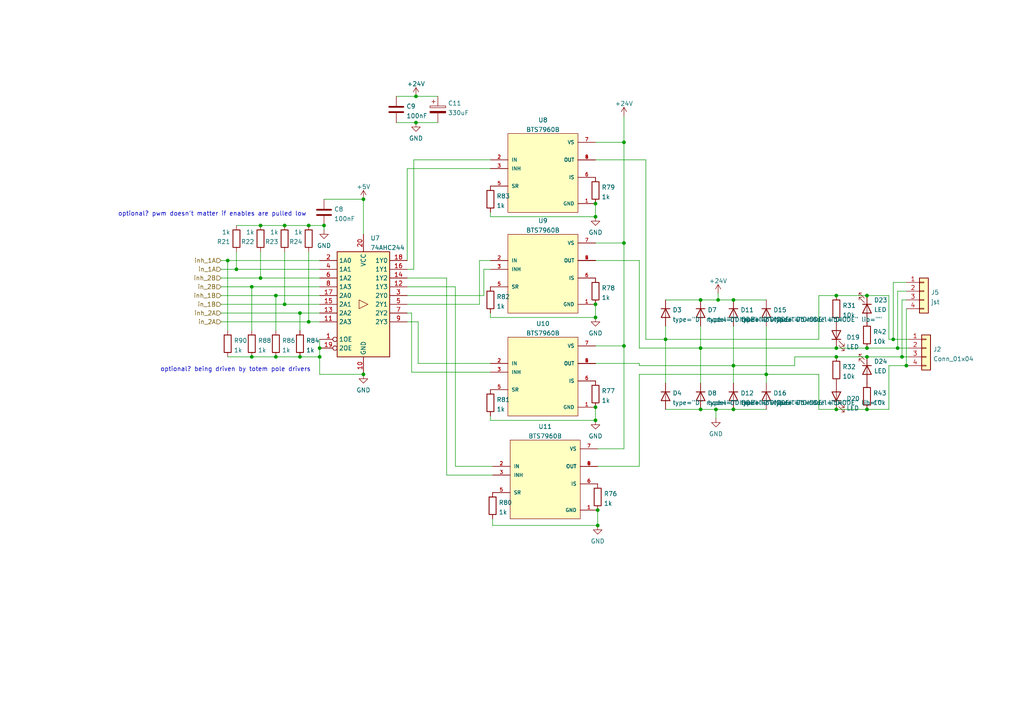
<source format=kicad_sch>
(kicad_sch (version 20211123) (generator eeschema)
  (paper "A4")
  (lib_symbols
    (symbol "74xx:74AHC244"
      (property "Reference" "U" (at -7.62 16.51 0))
      (property "Value" "74AHC244" (at -7.62 -16.51 0))
      (symbol "74AHC244_1_0"
        (polyline (pts (xy 1.27 0) (xy -1.27 1.27) (xy -1.27 -1.27) (xy 1.27 0)) (stroke (width 0.1524)))
        (pin input inverted (at -12.7 -10.16 0) (length 5.08) (name "1OE") (number "1"))
        (pin power_in line (at 0 -20.32 90) (length 5.08) (name "GND") (number "10"))
        (pin input line (at -12.7 -5.08 0) (length 5.08) (name "2A3") (number "11"))
        (pin tri_state line (at 12.7 5.08 180) (length 5.08) (name "1Y3") (number "12"))
        (pin input line (at -12.7 -2.54 0) (length 5.08) (name "2A2") (number "13"))
        (pin tri_state line (at 12.7 7.62 180) (length 5.08) (name "1Y2") (number "14"))
        (pin input line (at -12.7 0 0) (length 5.08) (name "2A1") (number "15"))
        (pin tri_state line (at 12.7 10.16 180) (length 5.08) (name "1Y1") (number "16"))
        (pin input line (at -12.7 2.54 0) (length 5.08) (name "2A0") (number "17"))
        (pin tri_state line (at 12.7 12.7 180) (length 5.08) (name "1Y0") (number "18"))
        (pin input inverted (at -12.7 -12.7 0) (length 5.08) (name "2OE") (number "19"))
        (pin input line (at -12.7 12.7 0) (length 5.08) (name "1A0") (number "2"))
        (pin power_in line (at 0 20.32 270) (length 5.08) (name "VCC") (number "20"))
        (pin tri_state line (at 12.7 2.54 180) (length 5.08) (name "2Y0") (number "3"))
        (pin input line (at -12.7 10.16 0) (length 5.08) (name "1A1") (number "4"))
        (pin tri_state line (at 12.7 0 180) (length 5.08) (name "2Y1") (number "5"))
        (pin input line (at -12.7 7.62 0) (length 5.08) (name "1A2") (number "6"))
        (pin tri_state line (at 12.7 -2.54 180) (length 5.08) (name "2Y2") (number "7"))
        (pin input line (at -12.7 5.08 0) (length 5.08) (name "1A3") (number "8"))
        (pin tri_state line (at 12.7 -5.08 180) (length 5.08) (name "2Y3") (number "9"))
      )
      (symbol "74AHC244_1_1"
        (rectangle (start -7.62 15.24) (end 7.62 -15.24) (stroke (width 0.254)) (fill (type background)))
      )
    )
    (symbol "Connector_Generic:Conn_01x04" (pin_names (offset 1.016) hide)
      (property "Reference" "J" (at 0 5.08 0))
      (property "Value" "Conn_01x04" (at 0 -7.62 0))
      (symbol "Conn_01x04_1_1"
        (rectangle (start -1.27 -4.953) (end 0 -5.207) (stroke (width 0.1524)))
        (rectangle (start -1.27 -2.413) (end 0 -2.667) (stroke (width 0.1524)))
        (rectangle (start -1.27 0.127) (end 0 -0.127) (stroke (width 0.1524)))
        (rectangle (start -1.27 2.667) (end 0 2.413) (stroke (width 0.1524)))
        (rectangle (start -1.27 3.81) (end 1.27 -6.35) (stroke (width 0.254)) (fill (type background)))
        (pin passive line (at -5.08 2.54 0) (length 3.81) (name "Pin_1") (number "1"))
        (pin passive line (at -5.08 0 0) (length 3.81) (name "Pin_2") (number "2"))
        (pin passive line (at -5.08 -2.54 0) (length 3.81) (name "Pin_3") (number "3"))
        (pin passive line (at -5.08 -5.08 0) (length 3.81) (name "Pin_4") (number "4"))
      )
    )
    (symbol "Device:C" (pin_numbers hide) (pin_names (offset 0.254))
      (property "Reference" "C" (at 0.635 2.54 0))
      (property "Value" "C" (at 0.635 -2.54 0))
      (symbol "C_0_1"
        (polyline (pts (xy -2.032 -0.762) (xy 2.032 -0.762)) (stroke (width 0.508)))
        (polyline (pts (xy -2.032 0.762) (xy 2.032 0.762)) (stroke (width 0.508)))
      )
      (symbol "C_1_1"
        (pin passive line (at 0 3.81 270) (length 2.794) (name "~") (number "1"))
        (pin passive line (at 0 -3.81 90) (length 2.794) (name "~") (number "2"))
      )
    )
    (symbol "Device:C_Polarized" (pin_numbers hide) (pin_names (offset 0.254))
      (property "Reference" "C" (at 0.635 2.54 0))
      (property "Value" "C_Polarized" (at 0.635 -2.54 0))
      (symbol "C_Polarized_0_1"
        (rectangle (start -2.286 0.508) (end 2.286 1.016))
        (polyline (pts (xy -1.778 2.286) (xy -0.762 2.286)))
        (polyline (pts (xy -1.27 2.794) (xy -1.27 1.778)))
        (rectangle (start 2.286 -0.508) (end -2.286 -1.016) (fill (type outline)))
      )
      (symbol "C_Polarized_1_1"
        (pin passive line (at 0 3.81 270) (length 2.794) (name "~") (number "1"))
        (pin passive line (at 0 -3.81 90) (length 2.794) (name "~") (number "2"))
      )
    )
    (symbol "Device:LED" (pin_numbers hide) (pin_names (offset 1.016) hide)
      (property "Reference" "D" (at 0 2.54 0))
      (property "Value" "LED" (at 0 -2.54 0))
      (symbol "LED_0_1"
        (polyline (pts (xy -1.27 -1.27) (xy -1.27 1.27)) (stroke (width 0.254)))
        (polyline (pts (xy -1.27 0) (xy 1.27 0)))
        (polyline (pts (xy 1.27 -1.27) (xy 1.27 1.27) (xy -1.27 0) (xy 1.27 -1.27)) (stroke (width 0.254)))
        (polyline (pts (xy -3.048 -0.762) (xy -4.572 -2.286) (xy -3.81 -2.286) (xy -4.572 -2.286) (xy -4.572 -1.524)))
        (polyline (pts (xy -1.778 -0.762) (xy -3.302 -2.286) (xy -2.54 -2.286) (xy -3.302 -2.286) (xy -3.302 -1.524)))
      )
      (symbol "LED_1_1"
        (pin passive line (at -3.81 0 0) (length 2.54) (name "K") (number "1"))
        (pin passive line (at 3.81 0 180) (length 2.54) (name "A") (number "2"))
      )
    )
    (symbol "Device:R" (pin_numbers hide) (pin_names (offset 0))
      (property "Reference" "R" (at 2.032 0 90))
      (property "Value" "R" (at 0 0 90))
      (symbol "R_0_1"
        (rectangle (start -1.016 -2.54) (end 1.016 2.54) (stroke (width 0.254)))
      )
      (symbol "R_1_1"
        (pin passive line (at 0 3.81 270) (length 1.27) (name "~") (number "1"))
        (pin passive line (at 0 -3.81 90) (length 1.27) (name "~") (number "2"))
      )
    )
    (symbol "Evan's misc parts:BTS7960B" (pin_names (offset 1.016))
      (property "Reference" "U" (at -10.16 10.922 0))
      (property "Value" "BTS7960B" (at -10.16 -15.24 0))
      (symbol "BTS7960B_0_0"
        (rectangle (start -10.16 -12.7) (end 10.16 10.16) (stroke (width 0.1524)) (fill (type background)))
        (pin power_in line (at 15.24 -10.16 180) (length 5.08) (name "GND") (number "1"))
        (pin input line (at -15.24 2.54 0) (length 5.08) (name "IN") (number "2"))
        (pin input line (at -15.24 0 0) (length 5.08) (name "INH") (number "3"))
        (pin output line (at 15.24 2.54 180) (length 5.08) (name "OUT") (number "4"))
        (pin input line (at -15.24 -5.08 0) (length 5.08) (name "SR") (number "5"))
        (pin output line (at 15.24 -2.54 180) (length 5.08) (name "IS") (number "6"))
        (pin power_in line (at 15.24 7.62 180) (length 5.08) (name "VS") (number "7"))
        (pin output line (at 15.24 2.54 180) (length 5.08) (name "OUT") (number "8"))
      )
    )
    (symbol "Simulation_SPICE:DIODE" (pin_numbers hide) (pin_names (offset 1.016) hide)
      (property "Reference" "D" (at 0 2.54 0))
      (property "Value" "DIODE" (at 0 -2.54 0))
      (symbol "DIODE_0_1"
        (polyline (pts (xy 1.27 0) (xy -1.27 0)))
        (polyline (pts (xy 1.27 1.27) (xy 1.27 -1.27)) (stroke (width 0.254)))
        (polyline (pts (xy -1.27 -1.27) (xy -1.27 1.27) (xy 1.27 0) (xy -1.27 -1.27)) (stroke (width 0.254)))
      )
      (symbol "DIODE_1_1"
        (pin passive line (at -3.81 0 0) (length 2.54) (name "A") (number "1"))
        (pin passive line (at 3.81 0 180) (length 2.54) (name "K") (number "2"))
      )
    )
    (symbol "power:+24V" (power) (pin_names (offset 0))
      (property "Value" "+24V" (at 0 3.556 0))
      (symbol "+24V_0_1"
        (polyline (pts (xy -0.762 1.27) (xy 0 2.54)))
        (polyline (pts (xy 0 0) (xy 0 2.54)))
        (polyline (pts (xy 0 2.54) (xy 0.762 1.27)))
      )
      (symbol "+24V_1_1"
        (pin power_in line (at 0 0 90) (length 0) hide (name "+24V") (number "1"))
      )
    )
    (symbol "power:+5V" (power) (pin_names (offset 0))
      (property "Value" "+5V" (at 0 3.556 0))
      (symbol "+5V_0_1"
        (polyline (pts (xy -0.762 1.27) (xy 0 2.54)))
        (polyline (pts (xy 0 0) (xy 0 2.54)))
        (polyline (pts (xy 0 2.54) (xy 0.762 1.27)))
      )
      (symbol "+5V_1_1"
        (pin power_in line (at 0 0 90) (length 0) hide (name "+5V") (number "1"))
      )
    )
    (symbol "power:GND" (power) (pin_names (offset 0))
      (property "Value" "GND" (at 0 -3.81 0))
      (symbol "GND_0_1"
        (polyline (pts (xy 0 0) (xy 0 -1.27) (xy 1.27 -1.27) (xy 0 -2.54) (xy -1.27 -1.27) (xy 0 -1.27)))
      )
      (symbol "GND_1_1"
        (pin power_in line (at 0 0 270) (length 0) hide (name "GND") (number "1"))
      )
    )
  )
  (junction (at 68.58 78.105))
  (junction (at 212.725 106.045))
  (junction (at 89.535 65.405))
  (junction (at 120.65 27.94))
  (junction (at 251.46 100.965))
  (junction (at 89.535 93.345))
  (junction (at 251.46 118.745))
  (junction (at 208.28 86.995))
  (junction (at 242.57 103.505))
  (junction (at 207.645 118.745))
  (junction (at 212.725 118.745))
  (junction (at 203.2 86.995))
  (junction (at 75.565 65.405))
  (junction (at 242.57 85.725))
  (junction (at 86.995 103.505))
  (junction (at 80.01 85.725))
  (junction (at 180.975 70.485))
  (junction (at 251.46 103.505))
  (junction (at 242.57 118.745))
  (junction (at 262.89 106.045))
  (junction (at 73.025 103.505))
  (junction (at 92.71 103.505))
  (junction (at 172.72 62.865))
  (junction (at 172.72 59.055))
  (junction (at 212.725 86.995))
  (junction (at 86.995 90.805))
  (junction (at 105.41 57.785))
  (junction (at 173.355 147.955))
  (junction (at 105.41 108.585))
  (junction (at 82.55 65.405))
  (junction (at 93.98 65.405))
  (junction (at 259.08 98.425))
  (junction (at 193.04 98.425))
  (junction (at 203.2 118.745))
  (junction (at 75.565 80.645))
  (junction (at 82.55 88.265))
  (junction (at 173.355 152.4))
  (junction (at 180.975 100.33))
  (junction (at 251.46 85.725))
  (junction (at 172.72 118.11))
  (junction (at 172.72 92.075))
  (junction (at 92.71 100.965))
  (junction (at 203.2 100.965))
  (junction (at 80.01 103.505))
  (junction (at 180.975 41.275))
  (junction (at 172.72 121.92))
  (junction (at 260.35 100.965))
  (junction (at 66.04 75.565))
  (junction (at 73.025 83.185))
  (junction (at 261.62 103.505))
  (junction (at 120.65 35.56))
  (junction (at 242.57 100.965))
  (junction (at 172.72 88.265))
  (junction (at 222.25 108.585))
  (wire (pts (xy 64.135 85.725) (xy 80.01 85.725)))
  (wire (pts (xy 139.065 75.565) (xy 139.065 88.265)))
  (wire (pts (xy 222.25 94.615) (xy 222.25 108.585)))
  (wire (pts (xy 120.65 35.56) (xy 127 35.56)))
  (wire (pts (xy 93.98 65.405) (xy 93.98 66.675)))
  (wire (pts (xy 89.535 93.345) (xy 92.71 93.345)))
  (wire (pts (xy 129.54 80.645) (xy 129.54 137.795)))
  (wire (pts (xy 203.2 118.745) (xy 207.645 118.745)))
  (wire (pts (xy 142.875 150.495) (xy 142.875 152.4)))
  (wire (pts (xy 185.42 135.255) (xy 185.42 108.585)))
  (wire (pts (xy 142.875 152.4) (xy 173.355 152.4)))
  (wire (pts (xy 212.725 94.615) (xy 212.725 106.045)))
  (wire (pts (xy 242.57 85.725) (xy 237.49 85.725)))
  (wire (pts (xy 121.285 105.41) (xy 142.24 105.41)))
  (wire (pts (xy 242.57 103.505) (xy 251.46 103.505)))
  (wire (pts (xy 172.72 121.92) (xy 172.72 118.11)))
  (wire (pts (xy 120.65 27.94) (xy 127 27.94)))
  (wire (pts (xy 237.49 85.725) (xy 237.49 98.425)))
  (wire (pts (xy 251.46 100.965) (xy 260.35 100.965)))
  (wire (pts (xy 237.49 108.585) (xy 237.49 118.745)))
  (wire (pts (xy 80.01 103.505) (xy 86.995 103.505)))
  (wire (pts (xy 237.49 118.745) (xy 242.57 118.745)))
  (wire (pts (xy 251.46 103.505) (xy 261.62 103.505)))
  (wire (pts (xy 262.89 84.455) (xy 260.35 84.455)))
  (wire (pts (xy 118.11 80.645) (xy 129.54 80.645)))
  (wire (pts (xy 68.58 78.105) (xy 92.71 78.105)))
  (wire (pts (xy 172.72 100.33) (xy 180.975 100.33)))
  (wire (pts (xy 92.71 108.585) (xy 105.41 108.585)))
  (wire (pts (xy 173.355 130.175) (xy 180.975 130.175)))
  (wire (pts (xy 260.35 100.965) (xy 263.525 100.965)))
  (wire (pts (xy 259.08 81.915) (xy 259.08 98.425)))
  (wire (pts (xy 262.89 86.995) (xy 261.62 86.995)))
  (wire (pts (xy 64.135 78.105) (xy 68.58 78.105)))
  (wire (pts (xy 180.975 41.275) (xy 180.975 70.485)))
  (wire (pts (xy 185.42 108.585) (xy 222.25 108.585)))
  (wire (pts (xy 212.725 86.995) (xy 222.25 86.995)))
  (wire (pts (xy 180.975 33.655) (xy 180.975 41.275)))
  (wire (pts (xy 257.81 85.725) (xy 251.46 85.725)))
  (wire (pts (xy 80.01 85.725) (xy 92.71 85.725)))
  (wire (pts (xy 142.24 90.805) (xy 142.24 92.075)))
  (wire (pts (xy 118.11 85.725) (xy 140.335 85.725)))
  (wire (pts (xy 242.57 118.745) (xy 251.46 118.745)))
  (wire (pts (xy 142.24 61.595) (xy 142.24 62.865)))
  (wire (pts (xy 66.04 75.565) (xy 66.04 95.885)))
  (wire (pts (xy 64.135 83.185) (xy 73.025 83.185)))
  (wire (pts (xy 208.28 86.995) (xy 212.725 86.995)))
  (wire (pts (xy 259.08 98.425) (xy 257.81 98.425)))
  (wire (pts (xy 260.35 84.455) (xy 260.35 100.965)))
  (wire (pts (xy 261.62 103.505) (xy 263.525 103.505)))
  (wire (pts (xy 73.025 95.885) (xy 73.025 83.185)))
  (wire (pts (xy 75.565 80.645) (xy 92.71 80.645)))
  (wire (pts (xy 82.55 65.405) (xy 75.565 65.405)))
  (wire (pts (xy 185.42 105.41) (xy 185.42 106.045)))
  (wire (pts (xy 230.505 106.045) (xy 230.505 103.505)))
  (wire (pts (xy 89.535 73.025) (xy 89.535 93.345)))
  (wire (pts (xy 105.41 57.785) (xy 93.98 57.785)))
  (wire (pts (xy 193.04 98.425) (xy 193.04 111.125)))
  (wire (pts (xy 82.55 73.025) (xy 82.55 88.265)))
  (wire (pts (xy 172.72 75.565) (xy 185.42 75.565)))
  (wire (pts (xy 64.135 90.805) (xy 86.995 90.805)))
  (wire (pts (xy 263.525 98.425) (xy 259.08 98.425)))
  (wire (pts (xy 172.72 105.41) (xy 185.42 105.41)))
  (wire (pts (xy 114.935 27.94) (xy 120.65 27.94)))
  (wire (pts (xy 172.72 92.075) (xy 172.72 88.265)))
  (wire (pts (xy 185.42 75.565) (xy 185.42 100.965)))
  (wire (pts (xy 193.04 118.745) (xy 203.2 118.745)))
  (wire (pts (xy 73.025 103.505) (xy 80.01 103.505)))
  (wire (pts (xy 172.72 62.865) (xy 172.72 59.055)))
  (wire (pts (xy 132.08 83.185) (xy 132.08 135.255)))
  (wire (pts (xy 140.335 78.105) (xy 142.24 78.105)))
  (wire (pts (xy 203.2 86.995) (xy 208.28 86.995)))
  (wire (pts (xy 64.135 80.645) (xy 75.565 80.645)))
  (wire (pts (xy 203.2 100.965) (xy 203.2 111.125)))
  (wire (pts (xy 257.81 106.045) (xy 262.89 106.045)))
  (wire (pts (xy 73.025 83.185) (xy 92.71 83.185)))
  (wire (pts (xy 68.58 73.025) (xy 68.58 78.105)))
  (wire (pts (xy 203.2 94.615) (xy 203.2 100.965)))
  (wire (pts (xy 257.81 118.745) (xy 257.81 106.045)))
  (wire (pts (xy 261.62 86.995) (xy 261.62 103.505)))
  (wire (pts (xy 262.89 106.045) (xy 263.525 106.045)))
  (wire (pts (xy 207.645 121.285) (xy 207.645 118.745)))
  (wire (pts (xy 82.55 88.265) (xy 92.71 88.265)))
  (wire (pts (xy 120.015 78.105) (xy 120.015 46.355)))
  (wire (pts (xy 140.335 78.105) (xy 140.335 85.725)))
  (wire (pts (xy 114.935 35.56) (xy 120.65 35.56)))
  (wire (pts (xy 262.89 81.915) (xy 259.08 81.915)))
  (wire (pts (xy 207.645 118.745) (xy 212.725 118.745)))
  (wire (pts (xy 89.535 65.405) (xy 93.98 65.405)))
  (wire (pts (xy 212.725 106.045) (xy 230.505 106.045)))
  (wire (pts (xy 75.565 73.025) (xy 75.565 80.645)))
  (wire (pts (xy 121.285 93.345) (xy 121.285 105.41)))
  (wire (pts (xy 173.355 152.4) (xy 173.355 147.955)))
  (wire (pts (xy 172.72 41.275) (xy 180.975 41.275)))
  (wire (pts (xy 75.565 65.405) (xy 68.58 65.405)))
  (wire (pts (xy 64.135 88.265) (xy 82.55 88.265)))
  (wire (pts (xy 118.11 90.805) (xy 119.38 90.805)))
  (wire (pts (xy 86.995 90.805) (xy 92.71 90.805)))
  (wire (pts (xy 251.46 118.745) (xy 257.81 118.745)))
  (wire (pts (xy 172.72 70.485) (xy 180.975 70.485)))
  (wire (pts (xy 193.04 86.995) (xy 203.2 86.995)))
  (wire (pts (xy 142.24 62.865) (xy 172.72 62.865)))
  (wire (pts (xy 86.995 103.505) (xy 92.71 103.505)))
  (wire (pts (xy 118.11 93.345) (xy 121.285 93.345)))
  (wire (pts (xy 230.505 103.505) (xy 242.57 103.505)))
  (wire (pts (xy 237.49 98.425) (xy 193.04 98.425)))
  (wire (pts (xy 208.28 85.09) (xy 208.28 86.995)))
  (wire (pts (xy 89.535 65.405) (xy 82.55 65.405)))
  (wire (pts (xy 142.24 121.92) (xy 172.72 121.92)))
  (wire (pts (xy 185.42 100.965) (xy 203.2 100.965)))
  (wire (pts (xy 187.325 46.355) (xy 187.325 98.425)))
  (wire (pts (xy 142.24 120.65) (xy 142.24 121.92)))
  (wire (pts (xy 139.065 88.265) (xy 118.11 88.265)))
  (wire (pts (xy 212.725 118.745) (xy 222.25 118.745)))
  (wire (pts (xy 139.065 75.565) (xy 142.24 75.565)))
  (wire (pts (xy 64.135 75.565) (xy 66.04 75.565)))
  (wire (pts (xy 257.81 98.425) (xy 257.81 85.725)))
  (wire (pts (xy 119.38 90.805) (xy 119.38 107.95)))
  (wire (pts (xy 187.325 98.425) (xy 193.04 98.425)))
  (wire (pts (xy 173.355 135.255) (xy 185.42 135.255)))
  (wire (pts (xy 180.975 70.485) (xy 180.975 100.33)))
  (wire (pts (xy 172.72 46.355) (xy 187.325 46.355)))
  (wire (pts (xy 212.725 106.045) (xy 212.725 111.125)))
  (wire (pts (xy 142.24 92.075) (xy 172.72 92.075)))
  (wire (pts (xy 222.25 108.585) (xy 222.25 111.125)))
  (wire (pts (xy 66.04 103.505) (xy 73.025 103.505)))
  (wire (pts (xy 86.995 90.805) (xy 86.995 95.885)))
  (wire (pts (xy 64.135 93.345) (xy 89.535 93.345)))
  (wire (pts (xy 119.38 107.95) (xy 142.24 107.95)))
  (wire (pts (xy 185.42 106.045) (xy 212.725 106.045)))
  (wire (pts (xy 80.01 85.725) (xy 80.01 95.885)))
  (wire (pts (xy 222.25 108.585) (xy 237.49 108.585)))
  (wire (pts (xy 105.41 67.945) (xy 105.41 57.785)))
  (wire (pts (xy 92.71 98.425) (xy 92.71 100.965)))
  (wire (pts (xy 118.11 78.105) (xy 120.015 78.105)))
  (wire (pts (xy 180.975 100.33) (xy 180.975 130.175)))
  (wire (pts (xy 203.2 100.965) (xy 242.57 100.965)))
  (wire (pts (xy 118.11 48.895) (xy 142.24 48.895)))
  (wire (pts (xy 129.54 137.795) (xy 142.875 137.795)))
  (wire (pts (xy 132.08 135.255) (xy 142.875 135.255)))
  (wire (pts (xy 66.04 75.565) (xy 92.71 75.565)))
  (wire (pts (xy 242.57 100.965) (xy 251.46 100.965)))
  (wire (pts (xy 118.11 83.185) (xy 132.08 83.185)))
  (wire (pts (xy 251.46 85.725) (xy 242.57 85.725)))
  (wire (pts (xy 120.015 46.355) (xy 142.24 46.355)))
  (wire (pts (xy 193.04 94.615) (xy 193.04 98.425)))
  (wire (pts (xy 92.71 100.965) (xy 92.71 103.505)))
  (wire (pts (xy 262.89 89.535) (xy 262.89 106.045)))
  (wire (pts (xy 118.11 75.565) (xy 118.11 48.895)))
  (wire (pts (xy 92.71 103.505) (xy 92.71 108.585)))
  (text "optional? pwm doesn't matter if enables are pulled low" (at 88.9 62.865 0) (effects (font (size 1.27 1.27)) (justify right bottom)))
  (text "optional? being driven by totem pole drivers" (at 90.17 107.95 180) (effects (font (size 1.27 1.27)) (justify right bottom)))
  (hierarchical_label "inh_1A" (shape input) (at 64.135 75.565 180))
  (hierarchical_label "in_2B" (shape input) (at 64.135 83.185 180))
  (hierarchical_label "in_1B" (shape input) (at 64.135 88.265 180))
  (hierarchical_label "inh_2B" (shape input) (at 64.135 80.645 180))
  (hierarchical_label "inh_2A" (shape input) (at 64.135 90.805 180))
  (hierarchical_label "in_1A" (shape input) (at 64.135 78.105 180))
  (hierarchical_label "inh_1B" (shape input) (at 64.135 85.725 180))
  (hierarchical_label "in_2A" (shape input) (at 64.135 93.345 180))
  (symbol (lib_id "Device:R") (at 242.57 89.535 0) (unit 1)
    (property "Reference" "R31" (at 244.348 88.6265 0) (effects (justify left)))
    (property "Value" "10k" (at 244.348 91.4016 0) (effects (justify left)))
    (property "Footprint" "Resistor_SMD:R_0603_1608Metric" (effects hide))
  )
  (symbol (lib_id "Device:R") (at 142.24 86.995 0) (unit 1)
    (property "Reference" "R82" (at 144.018 86.0865 0) (effects (justify left)))
    (property "Value" "1k" (at 144.018 88.8616 0) (effects (justify left)))
    (property "Footprint" "Resistor_SMD:R_0603_1608Metric" (effects hide))
  )
  (symbol (lib_id "Device:LED") (at 242.57 114.935 90) (unit 1)
    (property "Reference" "D20" (at 245.491 115.614 90) (effects (justify right)))
    (property "Value" "LED" (at 245.491 118.3891 90) (effects (justify right)))
    (property "Footprint" "LED_SMD:LED_0603_1608Metric" (effects hide))
  )
  (symbol (lib_id "power:+24V") (at 180.975 33.655 0) (unit 1)
    (property "Reference" "#PWR042" (effects hide))
    (property "Value" "+24V" (at 180.975 30.0505 0))
  )
  (symbol (lib_id "Device:R") (at 173.355 144.145 0) (unit 1)
    (property "Reference" "R76" (at 175.133 143.2365 0) (effects (justify left)))
    (property "Value" "1k" (at 175.133 146.0116 0) (effects (justify left)))
    (property "Footprint" "Resistor_SMD:R_0603_1608Metric" (effects hide))
  )
  (symbol (lib_id "Simulation_SPICE:DIODE") (at 212.725 90.805 90) (unit 1)
    (property "Reference" "D11" (at 214.757 89.8965 90) (effects (justify right)))
    (property "Value" "DIODE" (at 214.757 92.6716 90) (effects (justify right)))
    (property "Footprint" "Diode_SMD:D_SMA" (effects hide))
    (property "Spice_Netlist_Enabled" "Y" (effects hide))
    (property "Spice_Primitive" "D" (effects hide))
  )
  (symbol (lib_id "Device:R") (at 172.72 114.3 0) (unit 1)
    (property "Reference" "R77" (at 174.498 113.3915 0) (effects (justify left)))
    (property "Value" "1k" (at 174.498 116.1666 0) (effects (justify left)))
    (property "Footprint" "Resistor_SMD:R_0603_1608Metric" (effects hide))
  )
  (symbol (lib_id "power:GND") (at 172.72 62.865 0) (unit 1)
    (property "Reference" "#PWR038" (effects hide))
    (property "Value" "GND" (at 172.72 67.4275 0))
  )
  (symbol (lib_id "Device:C") (at 93.98 61.595 0) (unit 1)
    (property "Reference" "C8" (at 96.901 60.6865 0) (effects (justify left)))
    (property "Value" "100nF" (at 96.901 63.4616 0) (effects (justify left)))
    (property "Footprint" "Capacitor_SMD:C_0603_1608Metric" (effects hide))
  )
  (symbol (lib_id "Device:R") (at 251.46 114.935 0) (unit 1)
    (property "Reference" "R43" (at 253.238 114.0265 0) (effects (justify left)))
    (property "Value" "10k" (at 253.238 116.8016 0) (effects (justify left)))
    (property "Footprint" "Resistor_SMD:R_0603_1608Metric" (effects hide))
  )
  (symbol (lib_id "power:+24V") (at 120.65 27.94 0) (unit 1)
    (property "Reference" "#PWR034" (effects hide))
    (property "Value" "+24V" (at 120.65 24.3355 0))
  )
  (symbol (lib_id "Device:R") (at 75.565 69.215 180) (unit 1)
    (property "Reference" "R22" (at 73.787 70.1235 0) (effects (justify left)))
    (property "Value" "1k" (at 73.787 67.3484 0) (effects (justify left)))
    (property "Footprint" "Resistor_SMD:R_0603_1608Metric" (effects hide))
  )
  (symbol (lib_id "Device:R") (at 251.46 97.155 0) (unit 1)
    (property "Reference" "R42" (at 253.238 96.2465 0) (effects (justify left)))
    (property "Value" "10k" (at 253.238 99.0216 0) (effects (justify left)))
    (property "Footprint" "Resistor_SMD:R_0603_1608Metric" (effects hide))
  )
  (symbol (lib_id "Device:R") (at 142.24 57.785 0) (unit 1)
    (property "Reference" "R83" (at 144.018 56.8765 0) (effects (justify left)))
    (property "Value" "1k" (at 144.018 59.6516 0) (effects (justify left)))
    (property "Footprint" "Resistor_SMD:R_0603_1608Metric" (effects hide))
  )
  (symbol (lib_id "Device:C_Polarized") (at 127 31.75 0) (unit 1)
    (property "Reference" "C11" (at 129.921 29.9525 0) (effects (justify left)))
    (property "Value" "330uF" (at 129.921 32.7276 0) (effects (justify left)))
    (property "Footprint" "Capacitor_THT:CP_Radial_D10.0mm_P5.00mm" (effects hide))
  )
  (symbol (lib_id "Evan's misc parts:BTS7960B") (at 158.115 137.795 0) (unit 1)
    (property "Reference" "U11" (at 158.115 123.7193 0))
    (property "Value" "BTS7960B" (at 158.115 126.4944 0))
    (property "Footprint" "Evan's misc parts:DPAK127P1490X440-8N" (effects hide))
    (property "MAXIMUM_PACKAGE_HEIGHT" "4.4mm" (effects hide))
    (property "MANUFACTURER" "Infineon" (effects hide))
    (property "STANDARD" "IPC-7351B" (effects hide))
    (property "PARTREV" "1.1" (effects hide))
  )
  (symbol (lib_id "Device:R") (at 142.24 116.84 0) (unit 1)
    (property "Reference" "R81" (at 144.018 115.9315 0) (effects (justify left)))
    (property "Value" "1k" (at 144.018 118.7066 0) (effects (justify left)))
    (property "Footprint" "Resistor_SMD:R_0603_1608Metric" (effects hide))
  )
  (symbol (lib_id "power:GND") (at 105.41 108.585 0) (unit 1)
    (property "Reference" "#PWR033" (effects hide))
    (property "Value" "GND" (at 105.41 113.1475 0))
  )
  (symbol (lib_id "power:GND") (at 93.98 66.675 0) (unit 1)
    (property "Reference" "#PWR032" (effects hide))
    (property "Value" "GND" (at 93.98 71.2375 0))
  )
  (symbol (lib_id "Device:R") (at 142.875 146.685 0) (unit 1)
    (property "Reference" "R80" (at 144.653 145.7765 0) (effects (justify left)))
    (property "Value" "1k" (at 144.653 148.5516 0) (effects (justify left)))
    (property "Footprint" "Resistor_SMD:R_0603_1608Metric" (effects hide))
  )
  (symbol (lib_id "Device:R") (at 172.72 84.455 0) (unit 1)
    (property "Reference" "R78" (at 174.498 83.5465 0) (effects (justify left)))
    (property "Value" "1k" (at 174.498 86.3216 0) (effects (justify left)))
    (property "Footprint" "Resistor_SMD:R_0603_1608Metric" (effects hide))
  )
  (symbol (lib_id "Device:R") (at 68.58 69.215 180) (unit 1)
    (property "Reference" "R21" (at 66.802 70.1235 0) (effects (justify left)))
    (property "Value" "1k" (at 66.802 67.3484 0) (effects (justify left)))
    (property "Footprint" "Resistor_SMD:R_0603_1608Metric" (effects hide))
  )
  (symbol (lib_id "Connector_Generic:Conn_01x04") (at 267.97 84.455 0) (unit 1)
    (property "Reference" "J5" (at 270.002 84.8165 0) (effects (justify left)))
    (property "Value" "jst" (at 270.002 87.5916 0) (effects (justify left)))
    (property "Footprint" "Connector_JST:JST_XH_B4B-XH-A_1x04_P2.50mm_Vertical" (effects hide))
  )
  (symbol (lib_id "Connector_Generic:Conn_01x04") (at 268.605 100.965 0) (unit 1)
    (property "Reference" "J2" (at 270.637 101.3265 0) (effects (justify left)))
    (property "Value" "Conn_01x04" (at 270.637 104.1016 0) (effects (justify left)))
    (property "Footprint" "TerminalBlock_Phoenix:TerminalBlock_Phoenix_MKDS-1,5-4_1x04_P5.00mm_Horizontal" (effects hide))
  )
  (symbol (lib_id "Device:R") (at 89.535 69.215 180) (unit 1)
    (property "Reference" "R24" (at 87.757 70.1235 0) (effects (justify left)))
    (property "Value" "1k" (at 87.757 67.3484 0) (effects (justify left)))
    (property "Footprint" "Resistor_SMD:R_0603_1608Metric" (effects hide))
  )
  (symbol (lib_id "Device:LED") (at 251.46 107.315 270) (unit 1)
    (property "Reference" "D24" (at 253.492 104.819 90) (effects (justify left)))
    (property "Value" "LED" (at 253.492 107.5941 90) (effects (justify left)))
    (property "Footprint" "LED_SMD:LED_0603_1608Metric" (effects hide))
  )
  (symbol (lib_id "Evan's misc parts:BTS7960B") (at 157.48 78.105 0) (unit 1)
    (property "Reference" "U9" (at 157.48 64.0293 0))
    (property "Value" "BTS7960B" (at 157.48 66.8044 0))
    (property "Footprint" "Evan's misc parts:DPAK127P1490X440-8N" (effects hide))
    (property "MAXIMUM_PACKAGE_HEIGHT" "4.4mm" (effects hide))
    (property "MANUFACTURER" "Infineon" (effects hide))
    (property "STANDARD" "IPC-7351B" (effects hide))
    (property "PARTREV" "1.1" (effects hide))
  )
  (symbol (lib_id "Device:R") (at 172.72 55.245 0) (unit 1)
    (property "Reference" "R79" (at 174.498 54.3365 0) (effects (justify left)))
    (property "Value" "1k" (at 174.498 57.1116 0) (effects (justify left)))
    (property "Footprint" "Resistor_SMD:R_0603_1608Metric" (effects hide))
  )
  (symbol (lib_id "Device:R") (at 73.025 99.695 0) (unit 1)
    (property "Reference" "R88" (at 74.803 98.7865 0) (effects (justify left)))
    (property "Value" "1k" (at 74.803 101.5616 0) (effects (justify left)))
    (property "Footprint" "Resistor_SMD:R_0603_1608Metric" (effects hide))
  )
  (symbol (lib_id "Simulation_SPICE:DIODE") (at 193.04 114.935 90) (unit 1)
    (property "Reference" "D4" (at 195.072 114.0265 90) (effects (justify right)))
    (property "Value" "DIODE" (at 195.072 116.8016 90) (effects (justify right)))
    (property "Footprint" "Diode_SMD:D_SMA" (effects hide))
    (property "Spice_Netlist_Enabled" "Y" (effects hide))
    (property "Spice_Primitive" "D" (effects hide))
  )
  (symbol (lib_id "Device:R") (at 66.04 99.695 0) (unit 1)
    (property "Reference" "R90" (at 67.818 98.7865 0) (effects (justify left)))
    (property "Value" "1k" (at 67.818 101.5616 0) (effects (justify left)))
    (property "Footprint" "Resistor_SMD:R_0603_1608Metric" (effects hide))
  )
  (symbol (lib_id "Simulation_SPICE:DIODE") (at 222.25 114.935 90) (unit 1)
    (property "Reference" "D16" (at 224.282 114.0265 90) (effects (justify right)))
    (property "Value" "DIODE" (at 224.282 116.8016 90) (effects (justify right)))
    (property "Footprint" "Diode_SMD:D_SMA" (effects hide))
    (property "Spice_Netlist_Enabled" "Y" (effects hide))
    (property "Spice_Primitive" "D" (effects hide))
  )
  (symbol (lib_id "Device:R") (at 82.55 69.215 180) (unit 1)
    (property "Reference" "R23" (at 80.772 70.1235 0) (effects (justify left)))
    (property "Value" "1k" (at 80.772 67.3484 0) (effects (justify left)))
    (property "Footprint" "Resistor_SMD:R_0603_1608Metric" (effects hide))
  )
  (symbol (lib_id "Device:C") (at 114.935 31.75 0) (unit 1)
    (property "Reference" "C9" (at 117.856 30.8415 0) (effects (justify left)))
    (property "Value" "100nF" (at 117.856 33.6166 0) (effects (justify left)))
    (property "Footprint" "Capacitor_SMD:C_0603_1608Metric" (effects hide))
  )
  (symbol (lib_id "Device:LED") (at 242.57 97.155 90) (unit 1)
    (property "Reference" "D19" (at 245.491 97.834 90) (effects (justify right)))
    (property "Value" "LED" (at 245.491 100.6091 90) (effects (justify right)))
    (property "Footprint" "LED_SMD:LED_0603_1608Metric" (effects hide))
  )
  (symbol (lib_id "Simulation_SPICE:DIODE") (at 212.725 114.935 90) (unit 1)
    (property "Reference" "D12" (at 214.757 114.0265 90) (effects (justify right)))
    (property "Value" "DIODE" (at 214.757 116.8016 90) (effects (justify right)))
    (property "Footprint" "Diode_SMD:D_SMA" (effects hide))
    (property "Spice_Netlist_Enabled" "Y" (effects hide))
    (property "Spice_Primitive" "D" (effects hide))
  )
  (symbol (lib_id "Device:R") (at 80.01 99.695 0) (unit 1)
    (property "Reference" "R86" (at 81.788 98.7865 0) (effects (justify left)))
    (property "Value" "1k" (at 81.788 101.5616 0) (effects (justify left)))
    (property "Footprint" "Resistor_SMD:R_0603_1608Metric" (effects hide))
  )
  (symbol (lib_id "Device:R") (at 242.57 107.315 0) (unit 1)
    (property "Reference" "R32" (at 244.348 106.4065 0) (effects (justify left)))
    (property "Value" "10k" (at 244.348 109.1816 0) (effects (justify left)))
    (property "Footprint" "Resistor_SMD:R_0603_1608Metric" (effects hide))
  )
  (symbol (lib_id "74xx:74AHC244") (at 105.41 88.265 0) (unit 1)
    (property "Reference" "U7" (at 107.4294 69.0585 0) (effects (justify left)))
    (property "Value" "74AHC244" (at 107.4294 71.8336 0) (effects (justify left)))
    (property "Footprint" "Package_SO:SOIC-20W_7.5x12.8mm_P1.27mm" (effects hide))
    (property "Datasheet" "https://assets.nexperia.com/documents/data-sheet/74AHC_AHCT244.pdf" (effects hide))
  )
  (symbol (lib_id "power:GND") (at 120.65 35.56 0) (unit 1)
    (property "Reference" "#PWR035" (effects hide))
    (property "Value" "GND" (at 120.65 40.1225 0))
  )
  (symbol (lib_id "power:GND") (at 207.645 121.285 0) (unit 1)
    (property "Reference" "#PWR043" (effects hide))
    (property "Value" "GND" (at 207.645 125.8475 0))
  )
  (symbol (lib_id "Device:R") (at 86.995 99.695 0) (unit 1)
    (property "Reference" "R84" (at 88.773 98.7865 0) (effects (justify left)))
    (property "Value" "1k" (at 88.773 101.5616 0) (effects (justify left)))
    (property "Footprint" "Resistor_SMD:R_0603_1608Metric" (effects hide))
  )
  (symbol (lib_id "power:GND") (at 172.72 121.92 0) (unit 1)
    (property "Reference" "#PWR040" (effects hide))
    (property "Value" "GND" (at 172.72 126.4825 0))
  )
  (symbol (lib_id "power:GND") (at 173.355 152.4 0) (unit 1)
    (property "Reference" "#PWR041" (effects hide))
    (property "Value" "GND" (at 173.355 156.9625 0))
  )
  (symbol (lib_id "Simulation_SPICE:DIODE") (at 222.25 90.805 90) (unit 1)
    (property "Reference" "D15" (at 224.282 89.8965 90) (effects (justify right)))
    (property "Value" "DIODE" (at 224.282 92.6716 90) (effects (justify right)))
    (property "Footprint" "Diode_SMD:D_SMA" (effects hide))
    (property "Spice_Netlist_Enabled" "Y" (effects hide))
    (property "Spice_Primitive" "D" (effects hide))
  )
  (symbol (lib_id "power:GND") (at 172.72 92.075 0) (unit 1)
    (property "Reference" "#PWR039" (effects hide))
    (property "Value" "GND" (at 172.72 96.6375 0))
  )
  (symbol (lib_id "Device:LED") (at 251.46 89.535 270) (unit 1)
    (property "Reference" "D23" (at 253.492 87.039 90) (effects (justify left)))
    (property "Value" "LED" (at 253.492 89.8141 90) (effects (justify left)))
    (property "Footprint" "LED_SMD:LED_0603_1608Metric" (effects hide))
  )
  (symbol (lib_id "power:+24V") (at 208.28 85.09 0) (unit 1)
    (property "Reference" "#PWR044" (effects hide))
    (property "Value" "+24V" (at 208.28 81.4855 0))
  )
  (symbol (lib_id "Simulation_SPICE:DIODE") (at 203.2 114.935 90) (unit 1)
    (property "Reference" "D8" (at 205.232 114.0265 90) (effects (justify right)))
    (property "Value" "DIODE" (at 205.232 116.8016 90) (effects (justify right)))
    (property "Footprint" "Diode_SMD:D_SMA" (effects hide))
    (property "Spice_Netlist_Enabled" "Y" (effects hide))
    (property "Spice_Primitive" "D" (effects hide))
  )
  (symbol (lib_id "Evan's misc parts:BTS7960B") (at 157.48 107.95 0) (unit 1)
    (property "Reference" "U10" (at 157.48 93.8743 0))
    (property "Value" "BTS7960B" (at 157.48 96.6494 0))
    (property "Footprint" "Evan's misc parts:DPAK127P1490X440-8N" (effects hide))
    (property "MAXIMUM_PACKAGE_HEIGHT" "4.4mm" (effects hide))
    (property "MANUFACTURER" "Infineon" (effects hide))
    (property "STANDARD" "IPC-7351B" (effects hide))
    (property "PARTREV" "1.1" (effects hide))
  )
  (symbol (lib_id "Evan's misc parts:BTS7960B") (at 157.48 48.895 0) (unit 1)
    (property "Reference" "U8" (at 157.48 34.8193 0))
    (property "Value" "BTS7960B" (at 157.48 37.5944 0))
    (property "Footprint" "Evan's misc parts:DPAK127P1490X440-8N" (effects hide))
    (property "MAXIMUM_PACKAGE_HEIGHT" "4.4mm" (effects hide))
    (property "MANUFACTURER" "Infineon" (effects hide))
    (property "STANDARD" "IPC-7351B" (effects hide))
    (property "PARTREV" "1.1" (effects hide))
  )
  (symbol (lib_id "Simulation_SPICE:DIODE") (at 193.04 90.805 90) (unit 1)
    (property "Reference" "D3" (at 195.072 89.8965 90) (effects (justify right)))
    (property "Value" "DIODE" (at 195.072 92.6716 90) (effects (justify right)))
    (property "Footprint" "Diode_SMD:D_SMA" (effects hide))
    (property "Spice_Netlist_Enabled" "Y" (effects hide))
    (property "Spice_Primitive" "D" (effects hide))
  )
  (symbol (lib_id "power:+5V") (at 105.41 57.785 0) (unit 1)
    (property "Reference" "#PWR0126" (effects hide))
    (property "Value" "+5V" (at 105.41 54.1805 0))
  )
  (symbol (lib_id "Simulation_SPICE:DIODE") (at 203.2 90.805 90) (unit 1)
    (property "Reference" "D7" (at 205.232 89.8965 90) (effects (justify right)))
    (property "Value" "DIODE" (at 205.232 92.6716 90) (effects (justify right)))
    (property "Footprint" "Diode_SMD:D_SMA" (effects hide))
    (property "Spice_Netlist_Enabled" "Y" (effects hide))
    (property "Spice_Primitive" "D" (effects hide))
  )
)
</source>
